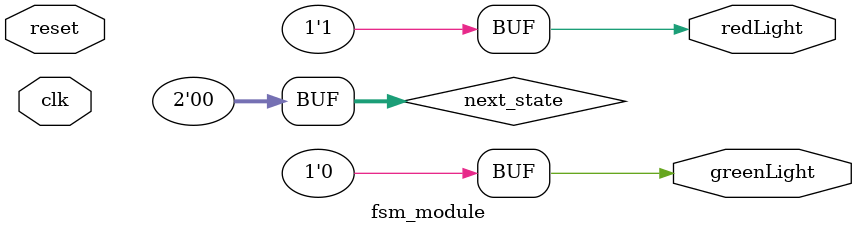
<source format=v>
module fsm_module ( 
  input clk,
  input reset,
  output reg greenLight,
  output reg redLight
);

  parameter GREEN = 2'b00;
  parameter RED = 2'b01;
  parameter Z = 2'b11; // Added state Z to the parameter list

  reg [1:0] current_state;
  reg [1:0] next_state;

  always @(posedge clk or posedge reset) begin
    if (reset) begin
      current_state <= RED;
    end else begin
      current_state <= next_state;
    end
  end

  always @(*) begin
    case (current_state)
      GREEN:
        begin
          greenLight = 1;
          redLight   = 0;
          next_state  = RED;
          if (reset) begin
            current_state <= RED;
          end else begin
            current_state <= next_state;
          end
        end
      RED:
        begin
          greenLight = 0;
          redLight   = 1;
          next_state  = GREEN;
          if (reset) begin
            current_state <= RED;
          end else begin
            current_state <= next_state;
          end
        end
      default:
        begin
          greenLight = 0;
          redLight   = 1;
          next_state  = GREEN;
          if (reset) begin
            current_state <= RED;
          end else begin
            current_state <= next_state;
          end
        end
    endcase
  end
endmodule
</source>
